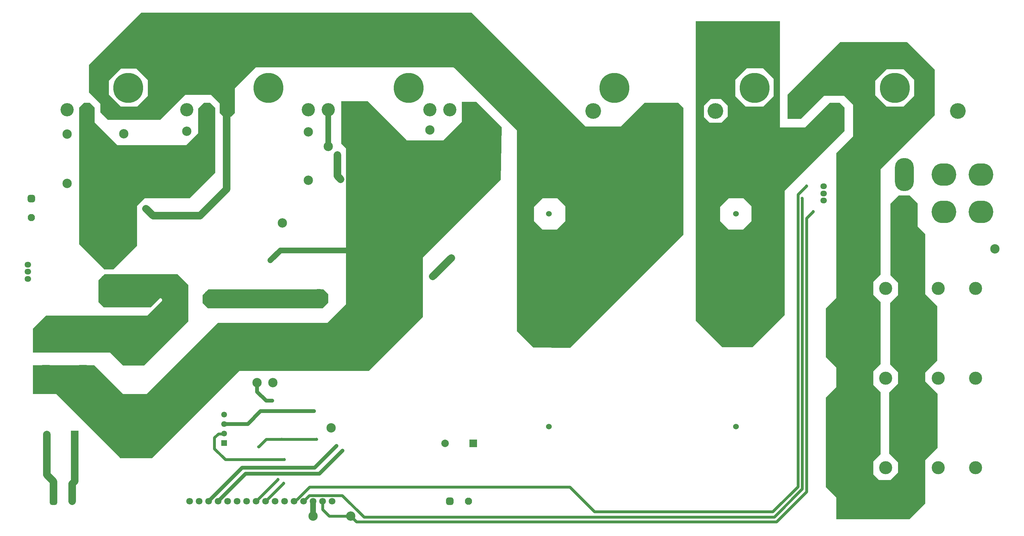
<source format=gbr>
%TF.GenerationSoftware,Altium Limited,Altium Designer,24.3.1 (35)*%
G04 Layer_Physical_Order=1*
G04 Layer_Color=255*
%FSLAX45Y45*%
%MOMM*%
%TF.SameCoordinates,844131A9-2E1B-4A61-BE1F-69DE975881E6*%
%TF.FilePolarity,Positive*%
%TF.FileFunction,Copper,L1,Top,Signal*%
%TF.Part,Single*%
G01*
G75*
%TA.AperFunction,Conductor*%
%ADD10C,2.00000*%
%ADD11C,1.50000*%
%ADD12C,0.80000*%
%ADD13C,1.00000*%
%TA.AperFunction,ComponentPad*%
%ADD14C,1.80000*%
%ADD15C,5.00000*%
%ADD16C,2.50000*%
%ADD17C,2.03200*%
%ADD18C,3.50000*%
%ADD19R,2.00000X2.00000*%
%ADD20C,2.00000*%
%ADD21C,1.55000*%
%ADD22R,1.55000X1.55000*%
%ADD23O,5.08000X8.89000*%
%ADD24O,1.77800X1.52400*%
%ADD25C,3.55000*%
%ADD26C,1.95000*%
G04:AMPARAMS|DCode=27|XSize=1.95mm|YSize=1.95mm|CornerRadius=0.4875mm|HoleSize=0mm|Usage=FLASHONLY|Rotation=270.000|XOffset=0mm|YOffset=0mm|HoleType=Round|Shape=RoundedRectangle|*
%AMROUNDEDRECTD27*
21,1,1.95000,0.97500,0,0,270.0*
21,1,0.97500,1.95000,0,0,270.0*
1,1,0.97500,-0.48750,-0.48750*
1,1,0.97500,-0.48750,0.48750*
1,1,0.97500,0.48750,0.48750*
1,1,0.97500,0.48750,-0.48750*
%
%ADD27ROUNDEDRECTD27*%
%ADD28C,4.20000*%
%ADD29O,6.60000X6.00000*%
%ADD30C,8.00000*%
%ADD31C,1.52400*%
%ADD32C,13.00000*%
G04:AMPARAMS|DCode=33|XSize=1.95mm|YSize=1.95mm|CornerRadius=0.4875mm|HoleSize=0mm|Usage=FLASHONLY|Rotation=0.000|XOffset=0mm|YOffset=0mm|HoleType=Round|Shape=RoundedRectangle|*
%AMROUNDEDRECTD33*
21,1,1.95000,0.97500,0,0,0.0*
21,1,0.97500,1.95000,0,0,0.0*
1,1,0.97500,0.48750,-0.48750*
1,1,0.97500,-0.48750,-0.48750*
1,1,0.97500,-0.48750,0.48750*
1,1,0.97500,0.48750,0.48750*
%
%ADD33ROUNDEDRECTD33*%
%TA.AperFunction,ViaPad*%
%ADD34C,1.27000*%
%ADD35C,0.80000*%
G36*
X5575300Y11176000D02*
Y9448800D01*
X4889500Y8763000D01*
X3683000D01*
X3479800Y8559800D01*
X3479800Y7493000D01*
X2844800Y6858000D01*
X2603500D01*
X1930400Y7531099D01*
X1930399Y11188700D01*
X2057400Y11315700D01*
X2222500D01*
X2349500Y11188700D01*
Y10795000D01*
X2959100Y10185400D01*
X4800600D01*
X5118100Y10502900D01*
Y11163300D01*
X5270500Y11315700D01*
X5435600D01*
X5575300Y11176000D01*
D02*
G37*
G36*
X8470900Y6324600D02*
X8597900Y6197600D01*
X8597900Y5969000D01*
X8445500Y5816600D01*
X5372099D01*
X5232400Y5956299D01*
Y6172200D01*
X5384800Y6324600D01*
X8470900Y6324600D01*
D02*
G37*
G36*
X15481300Y10680700D02*
X16421100D01*
X17056099Y11315700D01*
X17957800Y11315700D01*
X18097501Y11176000D01*
Y7785100D01*
X15069437Y4757036D01*
X14078101Y4768699D01*
X13639799Y5207001D01*
X13639799Y10579100D01*
X11950700Y12268200D01*
X6654800D01*
X6096000Y11709400D01*
Y11048999D01*
X5994400Y10947400D01*
X5791200D01*
X5689600Y11049000D01*
X5689600Y11302999D01*
X5460999Y11531600D01*
X4775199D01*
X4102101Y10858500D01*
X2705099Y10858500D01*
X2501899Y11061700D01*
Y11290300D01*
X2197100Y11595100D01*
Y12331699D01*
X3594099Y13728700D01*
X12433300D01*
X15481300Y10680700D01*
D02*
G37*
G36*
X4851400Y6438899D02*
X4851399Y5460994D01*
X3670295Y4279900D01*
X3111500D01*
X2762251Y4629149D01*
X698500Y4629151D01*
Y5270500D01*
X1047750Y5619750D01*
X3752852D01*
X4152899Y6019798D01*
X4152900Y6057898D01*
X4127501Y6083300D01*
X4089399Y6083300D01*
X3848100Y5841999D01*
X2590799Y5842000D01*
X2451100Y5981700D01*
Y6565900D01*
X2616200Y6731000D01*
X4559299D01*
X4851400Y6438899D01*
D02*
G37*
G36*
X10698046Y10312400D02*
X11671300D01*
X12166600Y10807700D01*
Y11341100D01*
X12560300D01*
X13233400Y10668000D01*
X13214349Y9264650D01*
X11125200Y7175500D01*
Y5588000D01*
X9677400Y4140200D01*
X6223000D01*
X4940300Y2857500D01*
X3886200Y1803400D01*
X3035300D01*
X1320800Y3517900D01*
X698500D01*
Y4292600D01*
X2336800D01*
X3111500Y3517900D01*
X3733800D01*
X5638800Y5422900D01*
X8572500Y5422900D01*
X9067800Y5918200D01*
Y6464300D01*
Y8229600D01*
Y9817100D01*
D01*
Y10096500D01*
X8940800Y10223500D01*
Y11358446D01*
X9652000D01*
X10698046Y10312400D01*
D02*
G37*
G36*
X20675600Y10655300D02*
X21348700D01*
X22009100Y11315700D01*
X22275800D01*
X22402800Y11188700D01*
Y10566400D01*
X20802600Y8966200D01*
Y5638800D01*
X19939000Y4775200D01*
X19138899Y4775200D01*
X18427699Y5486400D01*
X18427699Y13500000D01*
X20675600D01*
Y10655300D01*
D02*
G37*
G36*
X24815800Y12204700D02*
Y10985500D01*
X23367999Y9537700D01*
X23367999Y6718300D01*
X23177499Y6527800D01*
Y6172199D01*
X23367999Y5981700D01*
X23367999Y4318000D01*
X23177499Y4127501D01*
Y3759200D01*
X23367999Y3568700D01*
X23367999Y1904999D01*
X23177499Y1714500D01*
Y1371600D01*
X23329900Y1219200D01*
X23634698D01*
X23837900Y1422400D01*
Y1689100D01*
X23596600Y1930400D01*
Y3556000D01*
X23837900Y3797300D01*
X23837900Y4102100D01*
X23622000Y4317999D01*
Y5956300D01*
X23837900Y6172200D01*
Y6502399D01*
X23634698Y6705600D01*
Y8613004D01*
X23857002Y8835308D01*
X24146593D01*
X24358600Y8623300D01*
Y8006633D01*
X24561800Y7803433D01*
Y6200619D01*
X24890045Y5872374D01*
Y4417645D01*
X24561800Y4089400D01*
Y3860799D01*
X24892000Y3530600D01*
X24892000Y2082800D01*
X24561800Y1752600D01*
Y584200D01*
X24142700Y165100D01*
X22186900D01*
Y177800D01*
Y749300D01*
X21907500Y1028700D01*
X21907500Y3428999D01*
X22186900Y3708400D01*
Y4229100D01*
X21907500Y4508499D01*
Y5816600D01*
X22186900Y6096000D01*
Y9639300D01*
Y9969500D01*
X22631400Y10414000D01*
Y11264900D01*
X22390100Y11506200D01*
X21856700D01*
X21234399Y10883900D01*
X20878799D01*
Y11531600D01*
X22291495Y12944295D01*
X24076205D01*
X24815800Y12204700D01*
D02*
G37*
%LPC*%
G36*
X3467100Y12230100D02*
X3048000D01*
X2730500Y11912600D01*
X2730500Y11531599D01*
X3048000Y11214100D01*
X3479800Y11214100D01*
X3771900Y11506200D01*
Y11925300D01*
X3467100Y12230100D01*
D02*
G37*
G36*
X14325600Y8763000D02*
X14097000Y8534400D01*
X14096999Y8153400D01*
X14325600Y7924799D01*
X14706599Y7924800D01*
X14935201Y8153399D01*
X14935199Y8547100D01*
X14719299Y8762999D01*
X14325600Y8763000D01*
D02*
G37*
G36*
X20231099Y12242800D02*
X19786600D01*
X19481799Y11938000D01*
X19481799Y11493500D01*
X19761200Y11214100D01*
X20231100D01*
X20510500Y11493499D01*
Y11963400D01*
X20231099Y12242800D01*
D02*
G37*
G36*
X19100800Y11417300D02*
X18821400D01*
X18643600Y11239500D01*
Y10934700D01*
X18796001Y10782299D01*
X19113499Y10782300D01*
X19278600Y10947399D01*
X19278600Y11239500D01*
X19100800Y11417300D01*
D02*
G37*
G36*
X19310350Y8763000D02*
X19081750Y8534401D01*
X19081749Y8153400D01*
X19310350Y7924800D01*
X19691348Y7924801D01*
X19919949Y8153399D01*
X19919949Y8547101D01*
X19704050Y8763000D01*
X19310350Y8763000D01*
D02*
G37*
G36*
X23990298Y12217400D02*
X23533099D01*
X23228300Y11912600D01*
X23228300Y11518900D01*
X23533099Y11214100D01*
X23977600Y11214100D01*
X24269701Y11506200D01*
Y11938000D01*
X23990298Y12217400D01*
D02*
G37*
%LPD*%
D10*
X5883400Y9007600D02*
Y11136500D01*
X3911600Y8293100D02*
X5168900D01*
X5883400Y9007600D01*
X8839200Y9359900D02*
X8928100Y9271000D01*
X8839200Y9359900D02*
Y9918700D01*
X3721100Y8483600D02*
X3911600Y8293100D01*
X11391900Y6667500D02*
X11887200Y7162800D01*
X1750000Y1115000D02*
X1816800Y1181800D01*
Y2438400D01*
X1750000Y654998D02*
Y1115000D01*
X1066800Y1358900D02*
Y2438400D01*
X1250001Y654998D02*
Y1175700D01*
X1066800Y1358900D02*
X1250001Y1175700D01*
D11*
X10960100Y6654800D02*
X10972800Y6667500D01*
X7048500Y7099300D02*
X7315200Y7366000D01*
X9118600D01*
X8598950Y10148350D02*
Y11135450D01*
X8191750Y254250D02*
Y649750D01*
D12*
X9118600Y7366000D02*
X9390263Y7094337D01*
Y6151763D02*
Y7094337D01*
X7249900Y1231900D02*
X7255500D01*
X6668000Y650000D02*
X7249900Y1231900D01*
X21158200Y1041400D02*
Y8864600D01*
X15717162Y368300D02*
X20485100D01*
X21158200Y1041400D01*
X15056763Y1028700D02*
X15717162Y368300D01*
X7768231Y700000D02*
X8096931Y1028700D01*
X15056763D01*
X7711060Y650000D02*
X7761060Y700000D01*
X7684000Y650000D02*
X7711060D01*
X8973600Y805400D02*
X9550400Y228600D01*
X7761060Y700000D02*
X7768231D01*
X7938000Y650000D02*
X8093400Y805400D01*
X8973600D01*
X9194800Y254000D02*
X9347200Y101600D01*
X21386800Y8229600D02*
X21564600Y8407400D01*
X9550400Y228600D02*
X20523199D01*
X9347200Y101600D02*
X20586700D01*
X20523199Y228600D02*
X21272501Y977900D01*
X21158200Y8864600D02*
X21386800Y9093200D01*
Y901700D02*
Y8229600D01*
X20586700Y101600D02*
X21386800Y901700D01*
X21272501Y977900D02*
Y8763000D01*
X9321800Y6083300D02*
X9390263Y6151763D01*
X5803730Y2456830D02*
X5810700Y2463800D01*
X5549900Y2057400D02*
Y2349500D01*
X5657230Y2456830D01*
X5549900Y2057400D02*
X5842000Y1765300D01*
X5657230Y2456830D02*
X5803730D01*
X5842000Y1765300D02*
X7416800D01*
X6731000Y2108200D02*
X6934200Y2311400D01*
X7353300D01*
X8280400D01*
X6922000Y650000D02*
X7402300Y1130300D01*
X7404100D01*
X8623300Y254000D02*
X9194800D01*
X6922000Y650000D02*
X6922000D01*
X8446000Y431300D02*
Y650000D01*
Y431300D02*
X8623300Y254000D01*
X8191750Y649750D02*
X8192000Y650000D01*
X8191500Y254000D02*
X8191750Y254250D01*
D13*
X10137719Y9388821D02*
X12635090D01*
X8356600Y1384300D02*
X8978900Y2006600D01*
X5652000Y650000D02*
X6386300Y1384300D01*
X8356600D01*
X6297400Y1549400D02*
X8229600D01*
X8813800Y2133600D01*
X5398000Y650000D02*
X6297400Y1549400D01*
X10833100Y6794500D02*
X10838266Y6799666D01*
Y7006972D02*
X10845800Y7014506D01*
X10838266Y6799666D02*
Y7006972D01*
X10845800Y7014506D02*
Y7146498D01*
X9412019Y8580279D02*
X10845800Y7146498D01*
X9412019Y8580279D02*
Y8663121D01*
X6692900Y3581400D02*
Y3822700D01*
X6934200Y3340100D02*
X7099300D01*
X6692900Y3581400D02*
X6934200Y3340100D01*
X5810700Y2717800D02*
X6445700D01*
X6788600Y3060700D01*
X7302500D01*
X8216900D01*
X9412019Y8663121D02*
X10137719Y9388821D01*
X8597900Y10147300D02*
X8598950Y10148350D01*
Y11135450D02*
X8600000Y11136500D01*
D14*
X6668000Y650000D02*
D03*
X4890000D02*
D03*
X6922000D02*
D03*
X7176000D02*
D03*
X6414000D02*
D03*
X5144000D02*
D03*
X7684000D02*
D03*
X6160000D02*
D03*
X8446000D02*
D03*
X8192000D02*
D03*
X7938000D02*
D03*
X5398000D02*
D03*
X7430000D02*
D03*
X5906000D02*
D03*
X8700000D02*
D03*
X5652000D02*
D03*
D15*
X4508500Y6070600D02*
D03*
X5486400D02*
D03*
X8343900Y6083300D02*
D03*
X9321800D02*
D03*
D16*
X6692900Y3822700D02*
D03*
X7112000D02*
D03*
X8674100Y2616200D02*
D03*
X26428699Y7404100D02*
D03*
X8064500Y9245600D02*
D03*
X8191500Y254000D02*
D03*
X1612900Y9156700D02*
D03*
X9194800Y254000D02*
D03*
X8064500Y10541000D02*
D03*
X11315700Y10591800D02*
D03*
X7366000Y8102600D02*
D03*
X4813300Y10553700D02*
D03*
X1612900Y10477500D02*
D03*
X3124200Y10490200D02*
D03*
X22199600Y2768600D02*
D03*
X8597900Y10147300D02*
D03*
D17*
X3238500Y4445000D02*
D03*
Y1930400D02*
D03*
D18*
X23511501Y6345200D02*
D03*
X22511501D02*
D03*
X24911501Y1545200D02*
D03*
X25911499D02*
D03*
X22511501D02*
D03*
X23511501D02*
D03*
X22511501Y3945200D02*
D03*
X23511501D02*
D03*
X24911501Y6345200D02*
D03*
X25911499D02*
D03*
X24911501Y3945200D02*
D03*
X25911499D02*
D03*
D19*
X12475000Y2200000D02*
D03*
X1816800Y2438400D02*
D03*
D20*
X11725000Y2200000D02*
D03*
X1066800Y2438400D02*
D03*
D21*
X5810700Y2971800D02*
D03*
Y2717800D02*
D03*
Y2463800D02*
D03*
D22*
Y2209800D02*
D03*
D23*
X2717800Y7302500D02*
D03*
Y6286500D02*
D03*
X24003000Y8382000D02*
D03*
Y9398000D02*
D03*
D24*
X558800Y6985000D02*
D03*
Y6794500D02*
D03*
Y6604000D02*
D03*
X21844000Y8699500D02*
D03*
Y8890000D02*
D03*
Y9080500D02*
D03*
D25*
X2683400Y11136500D02*
D03*
X5883400D02*
D03*
X1616600D02*
D03*
X2150000D02*
D03*
X4816600D02*
D03*
X5350000D02*
D03*
X8066600D02*
D03*
X8600000D02*
D03*
X9133400D02*
D03*
X11316600D02*
D03*
X11850000D02*
D03*
X12383400D02*
D03*
D26*
X654998Y8250001D02*
D03*
X12349999Y654998D02*
D03*
X1750000D02*
D03*
D27*
X654998Y8750000D02*
D03*
D28*
X18956400Y11100000D02*
D03*
X17864200D02*
D03*
X15681400D02*
D03*
X14589200D02*
D03*
X25435800D02*
D03*
X24343600D02*
D03*
X22185800D02*
D03*
X21093600D02*
D03*
D29*
X25063400Y9400000D02*
D03*
X26054001D02*
D03*
X25063400Y8400000D02*
D03*
X26054001D02*
D03*
X2036600Y5000000D02*
D03*
X1046000D02*
D03*
X2036600Y4000000D02*
D03*
X1046000D02*
D03*
D30*
X16250000Y11720000D02*
D03*
X23750000D02*
D03*
X20000000D02*
D03*
X3250000D02*
D03*
X10750000D02*
D03*
X7000000D02*
D03*
D31*
X14500000Y2650000D02*
D03*
Y8350000D02*
D03*
X19500000D02*
D03*
Y2650000D02*
D03*
D32*
Y5500000D02*
D03*
X14500000D02*
D03*
D33*
X11850000Y654998D02*
D03*
X1250001D02*
D03*
D34*
X8839200Y9918700D02*
D03*
X8928100Y9271000D02*
D03*
X11887200Y7162800D02*
D03*
X11391900Y6667500D02*
D03*
X5016500Y3543300D02*
D03*
X3721100Y8483600D02*
D03*
X5041900Y9093200D02*
D03*
D35*
X7255500Y1231900D02*
D03*
X7353300Y2311400D02*
D03*
X7099300Y3340100D02*
D03*
X7302500Y3060700D02*
D03*
X8216900D02*
D03*
X8280400Y2311400D02*
D03*
X7416800Y1765300D02*
D03*
X6731000Y2108200D02*
D03*
X7404100Y1130300D02*
D03*
X7048500Y7099300D02*
D03*
X8978900Y2006600D02*
D03*
X8813800Y2133600D02*
D03*
X21564600Y8407400D02*
D03*
X21272501Y8763000D02*
D03*
X21386800Y9093200D02*
D03*
X20091400Y13449300D02*
D03*
Y13373100D02*
D03*
Y13296899D02*
D03*
Y13220700D02*
D03*
Y13144501D02*
D03*
Y13068300D02*
D03*
Y12992101D02*
D03*
Y12915900D02*
D03*
Y12839700D02*
D03*
Y12763500D02*
D03*
Y12687300D02*
D03*
Y12611100D02*
D03*
Y12534900D02*
D03*
Y12458700D02*
D03*
X20015199Y13449300D02*
D03*
Y13373100D02*
D03*
Y13296899D02*
D03*
Y13220700D02*
D03*
Y13144501D02*
D03*
Y13068300D02*
D03*
Y12992101D02*
D03*
Y12915900D02*
D03*
Y12839700D02*
D03*
Y12763500D02*
D03*
Y12687300D02*
D03*
Y12611100D02*
D03*
Y12534900D02*
D03*
Y12458700D02*
D03*
X19939000Y13449300D02*
D03*
Y13373100D02*
D03*
Y13296899D02*
D03*
Y13220700D02*
D03*
Y13144501D02*
D03*
Y13068300D02*
D03*
Y12992101D02*
D03*
Y12915900D02*
D03*
Y12839700D02*
D03*
Y12763500D02*
D03*
Y12687300D02*
D03*
Y12611100D02*
D03*
Y12534900D02*
D03*
Y12458700D02*
D03*
X19862801Y13449300D02*
D03*
Y13373100D02*
D03*
Y13296899D02*
D03*
Y13220700D02*
D03*
Y13144501D02*
D03*
Y13068300D02*
D03*
Y12992101D02*
D03*
Y12915900D02*
D03*
Y12839700D02*
D03*
Y12763500D02*
D03*
Y12687300D02*
D03*
Y12611100D02*
D03*
Y12534900D02*
D03*
Y12458700D02*
D03*
X19786600Y13449300D02*
D03*
Y13373100D02*
D03*
Y13296899D02*
D03*
Y13220700D02*
D03*
Y13144501D02*
D03*
Y13068300D02*
D03*
Y12992101D02*
D03*
Y12915900D02*
D03*
Y12839700D02*
D03*
Y12763500D02*
D03*
Y12687300D02*
D03*
Y12611100D02*
D03*
Y12534900D02*
D03*
Y12458700D02*
D03*
X19710400Y13449300D02*
D03*
Y13373100D02*
D03*
Y13296899D02*
D03*
Y13220700D02*
D03*
Y13144501D02*
D03*
Y13068300D02*
D03*
Y12992101D02*
D03*
Y12915900D02*
D03*
Y12839700D02*
D03*
Y12763500D02*
D03*
Y12687300D02*
D03*
Y12611100D02*
D03*
Y12534900D02*
D03*
Y12458700D02*
D03*
X20167599Y13449300D02*
D03*
Y13373100D02*
D03*
Y13296899D02*
D03*
Y13220700D02*
D03*
Y13144501D02*
D03*
Y13068300D02*
D03*
Y12992101D02*
D03*
Y12915900D02*
D03*
Y12839700D02*
D03*
Y12763500D02*
D03*
Y12687300D02*
D03*
Y12611100D02*
D03*
Y12534900D02*
D03*
Y12458700D02*
D03*
X19634200Y12534900D02*
D03*
X19558000D02*
D03*
X19481799D02*
D03*
X19405600D02*
D03*
X19329401D02*
D03*
X19253200D02*
D03*
X19177000D02*
D03*
X19100800D02*
D03*
X19024600D02*
D03*
X18948399D02*
D03*
X18872200D02*
D03*
X18796001D02*
D03*
X18719800D02*
D03*
X18643600D02*
D03*
X19634200Y12611100D02*
D03*
X19558000D02*
D03*
X19481799D02*
D03*
X19405600D02*
D03*
X19329401D02*
D03*
X19253200D02*
D03*
X19177000D02*
D03*
X19100800D02*
D03*
X19024600D02*
D03*
X18948399D02*
D03*
X18872200D02*
D03*
X18796001D02*
D03*
X18719800D02*
D03*
X18643600D02*
D03*
X19634200Y12687300D02*
D03*
X19558000D02*
D03*
X19481799D02*
D03*
X19405600D02*
D03*
X19329401D02*
D03*
X19253200D02*
D03*
X19177000D02*
D03*
X19100800D02*
D03*
X19024600D02*
D03*
X18948399D02*
D03*
X18872200D02*
D03*
X18796001D02*
D03*
X18719800D02*
D03*
X18643600D02*
D03*
X19634200Y12763500D02*
D03*
X19558000D02*
D03*
X19481799D02*
D03*
X19405600D02*
D03*
X19329401D02*
D03*
X19253200D02*
D03*
X19177000D02*
D03*
X19100800D02*
D03*
X19024600D02*
D03*
X18948399D02*
D03*
X18872200D02*
D03*
X18796001D02*
D03*
X18719800D02*
D03*
X18643600D02*
D03*
X19634200Y12839700D02*
D03*
X19558000D02*
D03*
X19481799D02*
D03*
X19405600D02*
D03*
X19329401D02*
D03*
X19253200D02*
D03*
X19177000D02*
D03*
X19100800D02*
D03*
X19024600D02*
D03*
X18948399D02*
D03*
X18872200D02*
D03*
X18796001D02*
D03*
X18719800D02*
D03*
X18643600D02*
D03*
X19634200Y12915900D02*
D03*
X19558000D02*
D03*
X19481799D02*
D03*
X19405600D02*
D03*
X19329401D02*
D03*
X19253200D02*
D03*
X19177000D02*
D03*
X19100800D02*
D03*
X19024600D02*
D03*
X18948399D02*
D03*
X18872200D02*
D03*
X18796001D02*
D03*
X18719800D02*
D03*
X18643600D02*
D03*
X19634200Y12458700D02*
D03*
X19558000D02*
D03*
X19481799D02*
D03*
X19405600D02*
D03*
X19329401D02*
D03*
X19253200D02*
D03*
X19177000D02*
D03*
X19100800D02*
D03*
X19024600D02*
D03*
X18948399D02*
D03*
X18872200D02*
D03*
X18796001D02*
D03*
X18719800D02*
D03*
X18643600D02*
D03*
X18570921Y12460110D02*
D03*
Y12917310D02*
D03*
Y12841110D02*
D03*
Y12764910D02*
D03*
Y12688710D02*
D03*
Y12612510D02*
D03*
Y12536310D02*
D03*
X19634200Y13068300D02*
D03*
X19558000D02*
D03*
X19481799D02*
D03*
X19405600D02*
D03*
X19329401D02*
D03*
X19253200D02*
D03*
X19177000D02*
D03*
X19100800D02*
D03*
X19024600D02*
D03*
X18948399D02*
D03*
X18872200D02*
D03*
X18796001D02*
D03*
X18719800D02*
D03*
X18643600D02*
D03*
X19634200Y13144501D02*
D03*
X19558000D02*
D03*
X19481799D02*
D03*
X19405600D02*
D03*
X19329401D02*
D03*
X19253200D02*
D03*
X19177000D02*
D03*
X19100800D02*
D03*
X19024600D02*
D03*
X18948399D02*
D03*
X18872200D02*
D03*
X18796001D02*
D03*
X18719800D02*
D03*
X18643600D02*
D03*
X19634200Y13220700D02*
D03*
X19558000D02*
D03*
X19481799D02*
D03*
X19405600D02*
D03*
X19329401D02*
D03*
X19253200D02*
D03*
X19177000D02*
D03*
X19100800D02*
D03*
X19024600D02*
D03*
X18948399D02*
D03*
X18872200D02*
D03*
X18796001D02*
D03*
X18719800D02*
D03*
X18643600D02*
D03*
X19634200Y13296899D02*
D03*
X19558000D02*
D03*
X19481799D02*
D03*
X19405600D02*
D03*
X19329401D02*
D03*
X19253200D02*
D03*
X19177000D02*
D03*
X19100800D02*
D03*
X19024600D02*
D03*
X18948399D02*
D03*
X18872200D02*
D03*
X18796001D02*
D03*
X18719800D02*
D03*
X18643600D02*
D03*
X19634200Y13373100D02*
D03*
X19558000D02*
D03*
X19481799D02*
D03*
X19405600D02*
D03*
X19329401D02*
D03*
X19253200D02*
D03*
X19177000D02*
D03*
X19100800D02*
D03*
X19024600D02*
D03*
X18948399D02*
D03*
X18872200D02*
D03*
X18796001D02*
D03*
X18719800D02*
D03*
X18643600D02*
D03*
X19634200Y13449300D02*
D03*
X19558000D02*
D03*
X19481799D02*
D03*
X19405600D02*
D03*
X19329401D02*
D03*
X19253200D02*
D03*
X19177000D02*
D03*
X19100800D02*
D03*
X19024600D02*
D03*
X18948399D02*
D03*
X18872200D02*
D03*
X18796001D02*
D03*
X18719800D02*
D03*
X18643600D02*
D03*
X19634200Y12992101D02*
D03*
X19558000D02*
D03*
X19481799D02*
D03*
X19405600D02*
D03*
X19329401D02*
D03*
X19253200D02*
D03*
X19177000D02*
D03*
X19100800D02*
D03*
X19024600D02*
D03*
X18948399D02*
D03*
X18872200D02*
D03*
X18796001D02*
D03*
X18719800D02*
D03*
X18643600D02*
D03*
X18570921Y12993510D02*
D03*
Y13450710D02*
D03*
Y13374510D02*
D03*
Y13298309D02*
D03*
Y13222110D02*
D03*
Y13145911D02*
D03*
Y13069710D02*
D03*
X12712700Y10452100D02*
D03*
X12788900D02*
D03*
X12865100D02*
D03*
X12941299D02*
D03*
X13017500D02*
D03*
X13093700D02*
D03*
X12636500D02*
D03*
X12635090Y10379421D02*
D03*
Y10303221D02*
D03*
Y10227021D02*
D03*
Y10150821D02*
D03*
Y10074621D02*
D03*
Y9998421D02*
D03*
Y9922221D02*
D03*
Y9846021D02*
D03*
Y9769821D02*
D03*
Y9693621D02*
D03*
Y9617421D02*
D03*
Y9541221D02*
D03*
Y9465021D02*
D03*
Y9388821D02*
D03*
X13092290Y10379421D02*
D03*
Y10303221D02*
D03*
Y10227021D02*
D03*
Y10150821D02*
D03*
Y10074621D02*
D03*
Y9998421D02*
D03*
Y9922221D02*
D03*
Y9846021D02*
D03*
Y9769821D02*
D03*
Y9693621D02*
D03*
Y9617421D02*
D03*
Y9541221D02*
D03*
Y9465021D02*
D03*
Y9388821D02*
D03*
X13016090Y10379421D02*
D03*
Y10303221D02*
D03*
Y10227021D02*
D03*
Y10150821D02*
D03*
Y10074621D02*
D03*
Y9998421D02*
D03*
Y9922221D02*
D03*
Y9846021D02*
D03*
Y9769821D02*
D03*
Y9693621D02*
D03*
Y9617421D02*
D03*
Y9541221D02*
D03*
Y9465021D02*
D03*
Y9388821D02*
D03*
X12939890Y10379421D02*
D03*
Y10303221D02*
D03*
Y10227021D02*
D03*
Y10150821D02*
D03*
Y10074621D02*
D03*
Y9998421D02*
D03*
Y9922221D02*
D03*
Y9846021D02*
D03*
Y9769821D02*
D03*
Y9693621D02*
D03*
Y9617421D02*
D03*
Y9541221D02*
D03*
Y9465021D02*
D03*
Y9388821D02*
D03*
X12863690Y10379421D02*
D03*
Y10303221D02*
D03*
Y10227021D02*
D03*
Y10150821D02*
D03*
Y10074621D02*
D03*
Y9998421D02*
D03*
Y9922221D02*
D03*
Y9846021D02*
D03*
Y9769821D02*
D03*
Y9693621D02*
D03*
Y9617421D02*
D03*
Y9541221D02*
D03*
Y9465021D02*
D03*
Y9388821D02*
D03*
X12787490Y10379421D02*
D03*
Y10303221D02*
D03*
Y10227021D02*
D03*
Y10150821D02*
D03*
Y10074621D02*
D03*
Y9998421D02*
D03*
Y9922221D02*
D03*
Y9846021D02*
D03*
Y9769821D02*
D03*
Y9693621D02*
D03*
Y9617421D02*
D03*
Y9541221D02*
D03*
Y9465021D02*
D03*
Y9388821D02*
D03*
X12711290Y10379421D02*
D03*
Y10303221D02*
D03*
Y10227021D02*
D03*
Y10150821D02*
D03*
Y10074621D02*
D03*
Y9998421D02*
D03*
Y9922221D02*
D03*
Y9846021D02*
D03*
Y9769821D02*
D03*
Y9693621D02*
D03*
Y9617421D02*
D03*
Y9541221D02*
D03*
Y9465021D02*
D03*
Y9388821D02*
D03*
%TF.MD5,7fe9a3d17d945ab70b92802560d8ee2c*%
M02*

</source>
